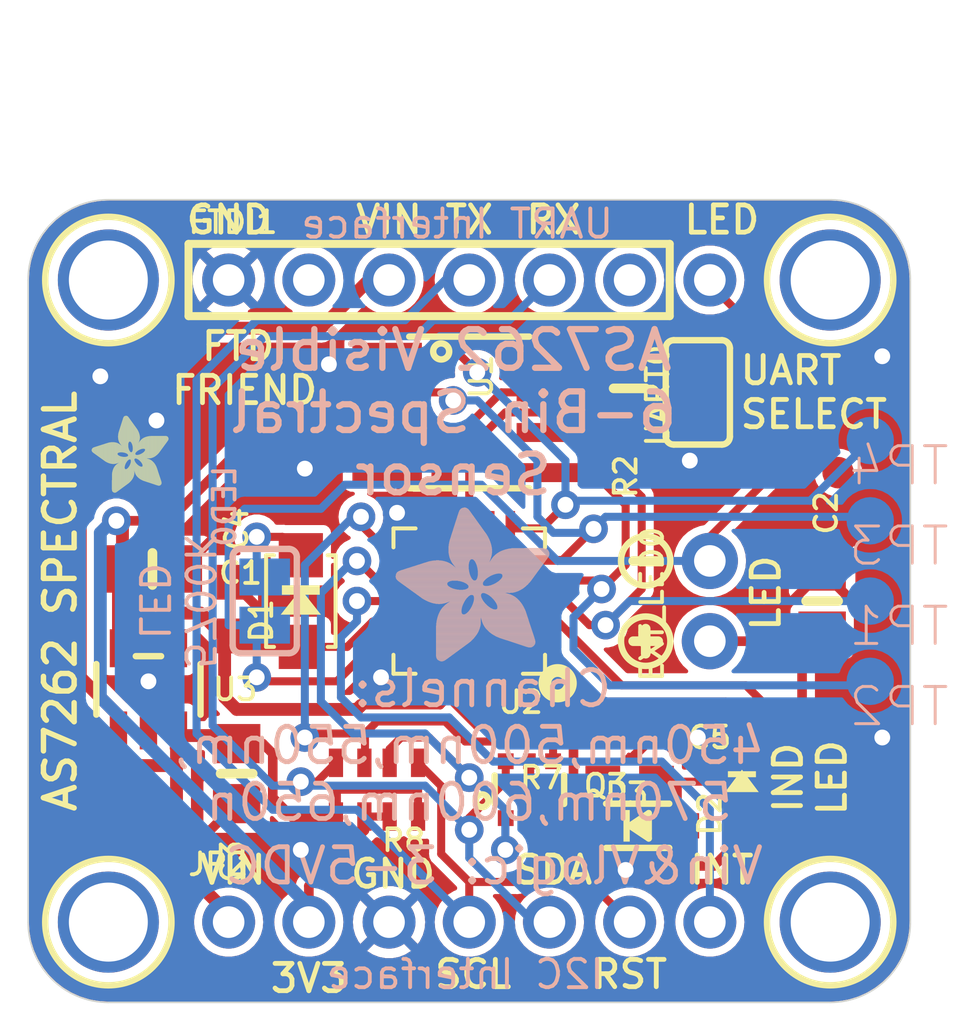
<source format=kicad_pcb>
(kicad_pcb (version 20221018) (generator pcbnew)
  (layers (0 "F.Cu" signal) (31 "B.Cu" signal) (34 "B.Paste" user) (35 "F.Paste" user) (36 "B.SilkS" user "B.Silkscreen") (37 "F.SilkS" user "F.Silkscreen") (38 "B.Mask" user) (39 "F.Mask" user) (44 "Edge.Cuts" user))
  (net 0 "")
  (net 1 "GND")
  (net 2 "SPIF_SCK")
  (net 3 "SPIF_MOSI")
  (net 4 "SPIF_MISO")
  (net 5 "SPIF_CS")
  (net 6 "3.3V")
  (net 7 "RST_3V")
  (net 8 "BUS_3V")
  (net 9 "VIN")
  (net 10 "RX/SCL")
  (net 11 "TX/SDA")
  (net 12 "RESET")
  (net 13 "LED")
  (net 14 "N$1")
  (net 15 "INT")
  (net 16 "IND")
  (net 17 "RX/SCL_3V")
  (net 18 "TX/SDA_3V")
  (footprint "working:MOUNTINGHOLE_2.5_PLATED" (layer "F.Cu") (at 159.9311 115.1636 180)
    (fp_text reference "U$2" hide)
    (fp_text value "MOUNTINGHOLE2.5" hide)
  )
  (footprint "working:SYMBOL_PLUS" (layer "F.Cu") (at 154.0891 106.2736)
    (fp_text reference "U$25" hide)
    (fp_text value "" hide)
  )
  (footprint "working:0805-NO" (layer "F.Cu") (at 153.5811 98.2726 -90)
    (fp_text reference "R2")
    (fp_text value "10K")
  )
  (footprint "working:EVERLIGHT_45-21" (layer "F.Cu") (at 143.1671 105.0036 90)
    (fp_text reference "D1")
    (fp_text value "L130-5780001400001")
  )
  (footprint "working:AS726X_LGA20" (layer "F.Cu") (at 148.5011 105.0036 180)
    (fp_text reference "U2")
    (fp_text value "AS7262-BLGT")
  )
  (footprint "working:RESPACK_4X0603_NO" (layer "F.Cu") (at 145.5801 110.9726 180)
    (fp_text reference "R8")
    (fp_text value "10k")
  )
  (footprint "working:1X02_ROUND" (layer "F.Cu") (at 156.1211 105.0036 90)
    (fp_text reference "EXT_LED0")
    (fp_text value "")
  )
  (footprint "working:MOUNTINGHOLE_2.5_PLATED" (layer "F.Cu") (at 159.9311 94.8436 180)
    (fp_text reference "U$22" hide)
    (fp_text value "MOUNTINGHOLE2.5" hide)
  )
  (footprint "working:0805-NO" (layer "F.Cu") (at 141.1351 110.4646 -90)
    (fp_text reference "C3")
    (fp_text value "10uF")
  )
  (footprint "working:SOLDERJUMPER_ARROW_NOPASTE" (layer "F.Cu") (at 155.7401 98.3996 90)
    (fp_text reference "UART0")
    (fp_text value "")
  )
  (footprint "working:0805-NO" (layer "F.Cu") (at 138.4681 103.9876)
    (fp_text reference "C1")
    (fp_text value "10uF")
  )
  (footprint "working:0603-NO" (layer "F.Cu") (at 153.5811 110.7186 180)
    (fp_text reference "R7")
    (fp_text value "10K")
  )
  (footprint "working:0805-NO" (layer "F.Cu") (at 159.6771 105.0036 90)
    (fp_text reference "C2")
    (fp_text value "10uF")
  )
  (footprint "working:0603-NO" (layer "F.Cu") (at 141.0081 105.2576 90)
    (fp_text reference "C4")
    (fp_text value "0.1uF")
  )
  (footprint "working:SOT363" (layer "F.Cu") (at 150.4061 110.9726)
    (fp_text reference "Q3")
    (fp_text value "BSS138")
  )
  (footprint "working:CHIPLED_0805_NOOUTLINE" (layer "F.Cu") (at 157.1371 110.7186)
    (fp_text reference "D2")
    (fp_text value "GREEN")
  )
  (footprint "working:SOT23-5" (layer "F.Cu") (at 138.3411 107.7976)
    (fp_text reference "U3")
    (fp_text value "MIC5225-3.3")
  )
  (footprint "working:0603-NO" (layer "F.Cu") (at 153.5811 109.1946)
    (fp_text reference "C5")
    (fp_text value "0.1uF")
  )
  (footprint "working:MOUNTINGHOLE_2.5_PLATED" (layer "F.Cu") (at 137.0711 115.1636 180)
    (fp_text reference "U$3" hide)
    (fp_text value "MOUNTINGHOLE2.5" hide)
  )
  (footprint "working:SOIC8_150MIL" (layer "F.Cu") (at 148.5011 99.0346 -90)
    (fp_text reference "U1")
    (fp_text value "AT25SF041-SSHD-B")
  )
  (footprint "working:FIDUCIAL_1MM" (layer "F.Cu") (at 160.1851 100.9396 180)
    (fp_text reference "FID3" hide)
    (fp_text value "FIDUCIAL_1MM" hide)
  )
  (footprint "working:FIDUCIAL_1MM" (layer "F.Cu") (at 137.7061 111.8616 180)
    (fp_text reference "FID2" hide)
    (fp_text value "FIDUCIAL_1MM" hide)
  )
  (footprint "working:MOUNTINGHOLE_2.5_PLATED" (layer "F.Cu") (at 137.0711 94.8436 180)
    (fp_text reference "U$23" hide)
    (fp_text value "MOUNTINGHOLE2.5" hide)
  )
  (footprint "working:1X07_ROUND" (layer "F.Cu") (at 148.5011 115.1636)
    (fp_text reference "JP2")
    (fp_text value "")
  )
  (footprint "working:SYMBOL_MINUS" (layer "F.Cu") (at 154.0891 103.7336)
    (fp_text reference "U$26" hide)
    (fp_text value "" hide)
  )
  (footprint "working:SOD-323" (layer "F.Cu") (at 153.8351 112.1156)
    (fp_text reference "D3")
    (fp_text value "IN4148")
  )
  (footprint "working:1X07_ROUND" (layer "F.Cu") (at 148.5011 94.8436)
    (fp_text reference "FTDI1")
    (fp_text value "")
  )
  (footprint "working:ADAFRUIT_2.5MM" (layer "F.Cu") (at 138.9761 101.5746 90)
    (fp_text reference "U$21" hide)
    (fp_text value "" hide)
  )
  (footprint "working:TP15R" (layer "B.Cu") (at 161.2011 105.0036)
    (fp_text reference "TP1")
    (fp_text value "PTR1TP15R")
  )
  (footprint "working:TP15R" (layer "B.Cu") (at 161.2011 102.4636)
    (fp_text reference "TP3")
    (fp_text value "PTR1TP15R")
  )
  (footprint "working:TP15R" (layer "B.Cu") (at 161.2011 107.5436)
    (fp_text reference "TP2")
    (fp_text value "PTR1TP15R")
  )
  (footprint "working:ADAFRUIT_5MM" (layer "B.Cu") (at 151.0411 106.9086 180)
    (fp_text reference "U$9" hide)
    (fp_text value "" hide)
  )
  (footprint "working:TP15R" (layer "B.Cu") (at 161.2011 99.9236)
    (fp_text reference "TP4")
    (fp_text value "PTR1TP15R")
  )
  (footprint "working:SOLDERJUMPER_CLOSEDWIRE" (layer "B.Cu") (at 142.0241 105.0036 -90)
    (fp_text reference "LED0")
    (fp_text value "")
  )
  (gr_line (start 154.8511 93.7006) (end 139.6111 93.7006) (stroke (width 0.254)) (layer "F.SilkS"))
  (gr_line (start 154.8511 95.9866) (end 154.8511 93.7006) (stroke (width 0.254)) (layer "F.SilkS"))
  (gr_line (start 139.6111 93.7006) (end 139.6111 95.9866) (stroke (width 0.254)) (layer "F.SilkS"))
  (gr_line (start 139.6111 95.9866) (end 154.8511 95.9866) (stroke (width 0.254)) (layer "F.SilkS"))
  (gr_arc (start 134.5311 94.8436) (mid 135.275049 93.047549) (end 137.0711 92.3036) (stroke (width 0.05)) (layer "Edge.Cuts"))
  (gr_line (start 159.9311 117.7036) (end 137.0711 117.7036) (stroke (width 0.05)) (layer "Edge.Cuts"))
  (gr_line (start 137.0711 92.3036) (end 159.9311 92.3036) (stroke (width 0.05)) (layer "Edge.Cuts"))
  (gr_line (start 134.5311 115.1636) (end 134.5311 94.8436) (stroke (width 0.05)) (layer "Edge.Cuts"))
  (gr_line (start 162.4711 94.8436) (end 162.4711 115.1636) (stroke (width 0.05)) (layer "Edge.Cuts"))
  (gr_arc (start 162.4711 115.1636) (mid 161.727151 116.959651) (end 159.9311 117.7036) (stroke (width 0.05)) (layer "Edge.Cuts"))
  (gr_arc (start 137.0711 117.7036) (mid 135.275049 116.959651) (end 134.5311 115.1636) (stroke (width 0.05)) (layer "Edge.Cuts"))
  (gr_arc (start 159.9311 92.3036) (mid 161.727151 93.047549) (end 162.4711 94.8436) (stroke (width 0.05)) (layer "Edge.Cuts"))
  (gr_text "5700K\nLED" (at 139.2301 105.0036 -90) (layer "B.SilkS") (effects (font (size 0.89408 0.89408) (thickness 0.12192)) (justify mirror)))
  (gr_text "Vin&Vlogic: 3-5VDC" (at 157.8991 113.3856) (layer "B.SilkS") (effects (font (size 1.1176 1.1176) (thickness 0.1524)) (justify left mirror)))
  (gr_text "UART Interface" (at 148.1201 93.0656) (layer "B.SilkS") (effects (font (size 0.89408 0.89408) (thickness 0.12192)) (justify mirror)))
  (gr_text "I2C Interface" (at 148.3741 116.8146) (layer "B.SilkS") (effects (font (size 0.89408 0.89408) (thickness 0.12192)) (justify mirror)))
  (gr_text "Channels: \n450nm,500nm,550nm,\n570nm,600nm,650n" (at 148.5011 109.5756) (layer "B.SilkS") (effects (font (size 1.1176 1.1176) (thickness 0.1524)) (justify mirror)))
  (gr_text "AS7262 Visible\n6-Bin Spectral\nSensor" (at 147.9931 99.0346) (layer "B.SilkS") (effects (font (size 1.223264 1.223264) (thickness 0.199136)) (justify mirror)))
  (gr_text "UART\nSELECT" (at 157.0101 98.3996) (layer "F.SilkS") (effects (font (size 0.8636 0.8636) (thickness 0.1524)) (justify left)))
  (gr_text "LED" (at 157.8991 104.7496 90) (layer "F.SilkS") (effects (font (size 0.8636 0.8636) (thickness 0.1524))))
  (gr_text "VIN" (at 141.0081 113.5126) (layer "F.SilkS") (effects (font (size 0.8636 0.8636) (thickness 0.1524))))
  (gr_text "RST" (at 153.5811 116.8146) (layer "F.SilkS") (effects (font (size 0.8636 0.8636) (thickness 0.1524))))
  (gr_text "TX" (at 148.5011 92.9386) (layer "F.SilkS") (effects (font (size 0.8636 0.8636) (thickness 0.1524))))
  (gr_text "VIN" (at 145.9611 92.9386) (layer "F.SilkS") (effects (font (size 0.8636 0.8636) (thickness 0.1524))))
  (gr_text "SDA" (at 151.1681 113.5126) (layer "F.SilkS") (effects (font (size 0.8636 0.8636) (thickness 0.1524))))
  (gr_text "GND" (at 146.0881 113.6396) (layer "F.SilkS") (effects (font (size 0.8636 0.8636) (thickness 0.1524))))
  (gr_text "SCL" (at 148.6281 116.8146) (layer "F.SilkS") (effects (font (size 0.8636 0.8636) (thickness 0.1524))))
  (gr_text "RX" (at 151.1681 92.9386) (layer "F.SilkS") (effects (font (size 0.8636 0.8636) (thickness 0.1524))))
  (gr_text "INT" (at 156.5021 113.5126) (layer "F.SilkS") (effects (font (size 0.8636 0.8636) (thickness 0.1524))))
  (gr_text "LED" (at 156.5021 92.9386) (layer "F.SilkS") (effects (font (size 0.8636 0.8636) (thickness 0.1524))))
  (gr_text "GND" (at 140.8811 92.9386) (layer "F.SilkS") (effects (font (size 0.8636 0.8636) (thickness 0.1524))))
  (gr_text "IND\nLED" (at 159.2961 110.5916 90) (layer "F.SilkS") (effects (font (size 0.8636 0.8636) (thickness 0.1524))))
  (gr_text "AS7262 SPECTRAL" (at 135.5471 105.0036 90) (layer "F.SilkS") (effects (font (size 0.97155 0.97155) (thickness 0.17145))))
  (gr_text "3V3" (at 143.4211 116.9416) (layer "F.SilkS") (effects (font (size 0.8636 0.8636) (thickness 0.1524))))
  (gr_text "FTDI\nFRIEND" (at 141.3891 97.6376) (layer "F.SilkS") (effects (font (size 0.8636 0.8636) (thickness 0.1524))))
  (via (at 138.3411 107.5436) (size 0.9064) (drill 0.5) (layers "F.Cu" "B.Cu") (net 1))
  (via (at 143.1671 112.8776) (size 0.9064) (drill 0.5) (layers "F.Cu" "B.Cu") (net 1))
  (via (at 153.4541 113.5126) (size 0.9064) (drill 0.5) (layers "F.Cu" "B.Cu") (net 1))
  (via (at 138.5951 99.2886) (size 0.9064) (drill 0.5) (layers "F.Cu" "B.Cu") (net 1))
  (via (at 161.5821 109.3216) (size 0.9064) (drill 0.5) (layers "F.Cu" "B.Cu") (net 1))
  (via (at 144.0561 97.5106) (size 0.9064) (drill 0.5) (layers "F.Cu" "B.Cu") (net 1))
  (via (at 155.4861 100.5586) (size 0.9064) (drill 0.5) (layers "F.Cu" "B.Cu") (net 1))
  (via (at 145.7071 107.4166) (size 0.9064) (drill 0.5) (layers "F.Cu" "B.Cu") (net 1))
  (via (at 146.2151 102.2096) (size 0.9064) (drill 0.5) (layers "F.Cu" "B.Cu") (net 1))
  (via (at 155.7401 109.3216) (size 0.9064) (drill 0.5) (layers "F.Cu" "B.Cu") (net 1))
  (via (at 136.8171 97.8916) (size 0.9064) (drill 0.5) (layers "F.Cu" "B.Cu") (net 1))
  (via (at 143.2941 100.8126) (size 0.9064) (drill 0.5) (layers "F.Cu" "B.Cu") (net 1))
  (via (at 161.5821 97.2566) (size 0.9064) (drill 0.5) (layers "F.Cu" "B.Cu") (net 1))
  (segment (start 152.3111 105.7656) (end 152.8191 105.7656) (width 0.254) (layer "F.Cu") (net 2))
  (segment (start 153.9621 104.6226) (end 152.8191 105.7656) (width 0.254) (layer "F.Cu") (net 2))
  (segment (start 150.7011 105.0036) (end 151.5491 105.0036) (width 0.254) (layer "F.Cu") (net 2))
  (segment (start 153.9621 101.7016) (end 153.9621 104.6226) (width 0.254) (layer "F.Cu") (net 2))
  (segment (start 151.9301 99.6696) (end 153.9621 101.7016) (width 0.254) (layer "F.Cu") (net 2))
  (segment (start 151.5491 105.0036) (end 152.3111 105.7656) (width 0.254) (layer "F.Cu") (net 2))
  (segment (start 151.1011 99.6696) (end 151.9301 99.6696) (width 0.254) (layer "F.Cu") (net 2))
  (via (at 152.8191 105.7656) (size 0.9064) (drill 0.5) (layers "F.Cu" "B.Cu") (net 2))
  (segment (start 153.5811 105.0036) (end 161.2011 105.0036) (width 0.254) (layer "B.Cu") (net 2))
  (segment (start 152.8191 105.7656) (end 153.5811 105.0036) (width 0.254) (layer "B.Cu") (net 2))
  (segment (start 153.4541 103.8606) (end 152.6921 104.6226) (width 0.254) (layer "F.Cu") (net 3))
  (segment (start 153.4541 101.9556) (end 153.4541 103.8606) (width 0.254) (layer "F.Cu") (net 3))
  (segment (start 152.4231 104.3536) (end 152.6921 104.6226) (width 0.254) (layer "F.Cu") (net 3))
  (segment (start 150.7011 104.3536) (end 152.4231 104.3536) (width 0.254) (layer "F.Cu") (net 3))
  (segment (start 152.4381 100.9396) (end 153.4541 101.9556) (width 0.254) (layer "F.Cu") (net 3))
  (segment (start 151.1011 100.9396) (end 152.4381 100.9396) (width 0.254) (layer "F.Cu") (net 3))
  (via (at 152.6921 104.6226) (size 0.9064) (drill 0.5) (layers "F.Cu" "B.Cu") (net 3))
  (segment (start 152.9461 107.6706) (end 161.0741 107.6706) (width 0.254) (layer "B.Cu") (net 3))
  (segment (start 151.8031 105.5116) (end 151.8031 106.5276) (width 0.254) (layer "B.Cu") (net 3))
  (segment (start 161.0741 107.6706) (end 161.2011 107.5436) (width 0.254) (layer "B.Cu") (net 3))
  (segment (start 152.6921 104.6226) (end 151.8031 105.5116) (width 0.254) (layer "B.Cu") (net 3))
  (segment (start 151.8031 106.5276) (end 152.9461 107.6706) (width 0.254) (layer "B.Cu") (net 3))
  (segment (start 147.7391 98.3996) (end 145.9011 98.3996) (width 0.254) (layer "F.Cu") (net 4))
  (segment (start 147.9931 98.6536) (end 147.7391 98.3996) (width 0.254) (layer "F.Cu") (net 4))
  (segment (start 151.4521 103.7036) (end 152.4381 102.7176) (width 0.254) (layer "F.Cu") (net 4))
  (segment (start 150.7011 103.7036) (end 151.4521 103.7036) (width 0.254) (layer "F.Cu") (net 4))
  (via (at 147.9931 98.6536) (size 0.9064) (drill 0.5) (layers "F.Cu" "B.Cu") (net 4))
  (via (at 152.4381 102.7176) (size 0.9064) (drill 0.5) (layers "F.Cu" "B.Cu") (net 4))
  (segment (start 150.6601 102.3366) (end 150.6601 100.5586) (width 0.254) (layer "B.Cu") (net 4))
  (segment (start 152.4381 102.7176) (end 152.3111 102.8446) (width 0.254) (layer "B.Cu") (net 4))
  (segment (start 160.6931 102.3366) (end 160.8201 102.4636) (width 0.254) (layer "B.Cu") (net 4))
  (segment (start 150.6601 100.5586) (end 148.7551 98.6536) (width 0.254) (layer "B.Cu") (net 4))
  (segment (start 152.4381 102.7176) (end 152.8191 102.3366) (width 0.254) (layer "B.Cu") (net 4))
  (segment (start 151.1681 102.8446) (end 150.6601 102.3366) (width 0.254) (layer "B.Cu") (net 4))
  (segment (start 152.3111 102.8446) (end 151.1681 102.8446) (width 0.254) (layer "B.Cu") (net 4))
  (segment (start 152.8191 102.3366) (end 160.6931 102.3366) (width 0.254) (layer "B.Cu") (net 4))
  (segment (start 160.8201 102.4636) (end 161.2011 102.4636) (width 0.254) (layer "B.Cu") (net 4))
  (segment (start 148.7551 98.6536) (end 147.9931 98.6536) (width 0.254) (layer "B.Cu") (net 4))
  (segment (start 145.9011 97.1296) (end 148.1201 97.1296) (width 0.254) (layer "F.Cu") (net 5))
  (segment (start 151.5491 101.9556) (end 150.8011 102.7036) (width 0.254) (layer "F.Cu") (net 5))
  (segment (start 148.1201 97.1296) (end 148.7551 97.7646) (width 0.254) (layer "F.Cu") (net 5))
  (segment (start 150.8011 102.7036) (end 149.8011 102.7036) (width 0.254) (layer "F.Cu") (net 5))
  (via (at 151.5491 101.9556) (size 0.9064) (drill 0.5) (layers "F.Cu" "B.Cu") (net 5))
  (via (at 148.7551 97.7646) (size 0.9064) (drill 0.5) (layers "F.Cu" "B.Cu") (net 5))
  (segment (start 151.5491 101.8286) (end 151.5491 101.9556) (width 0.254) (layer "B.Cu") (net 5))
  (segment (start 159.2961 101.8286) (end 151.5491 101.8286) (width 0.254) (layer "B.Cu") (net 5))
  (segment (start 161.2011 99.9236) (end 159.2961 101.8286) (width 0.254) (layer "B.Cu") (net 5))
  (segment (start 151.5491 100.5586) (end 151.5491 101.9556) (width 0.254) (layer "B.Cu") (net 5))
  (segment (start 148.7551 97.7646) (end 151.5491 100.5586) (width 0.254) (layer "B.Cu") (net 5))
  (segment (start 147.5821 108.3056) (end 145.0721 108.3056) (width 0.254) (layer "F.Cu") (net 6))
  (segment (start 158.1191 111.7686) (end 159.0421 110.8456) (width 0.3048) (layer "F.Cu") (net 6))
  (segment (start 150.4061 110.9726) (end 150.4061 111.8726) (width 0.3048) (layer "F.Cu") (net 6))
  (segment (start 159.0421 110.8456) (end 159.0421 106.4006) (width 0.3048) (layer "F.Cu") (net 6))
  (segment (start 145.1801 111.8226) (end 145.9801 111.8226) (width 0.254) (layer "F.Cu") (net 6))
  (segment (start 145.9011 99.6696) (end 141.7701 99.6696) (width 0.3048) (layer "F.Cu") (net 6))
  (segment (start 137.5181 102.4636) (end 137.3251 102.4636) (width 0.4064) (layer "F.Cu") (net 6))
  (segment (start 151.1011 98.3996) (end 151.1011 97.1296) (width 0.254) (layer "F.Cu") (net 6))
  (segment (start 153.3881 97.1296) (end 151.1011 97.1296) (width 0.254) (layer "F.Cu") (net 6))
  (segment (start 151.8031 109.4486) (end 151.8031 110.7186) (width 0.3048) (layer "F.Cu") (net 6))
  (segment (start 144.6381 106.4536) (end 145.4381 105.6536) (width 0.254) (layer "F.Cu") (net 6))
  (segment (start 150.4061 110.9726) (end 151.6761 110.9726) (width 0.3048) (layer "F.Cu") (net 6))
  (segment (start 148.3741 99.5426) (end 146.0281 99.5426) (width 0.254) (layer "F.Cu") (net 6))
  (segment (start 147.8511 107.3036) (end 147.8511 108.0366) (width 0.3048) (layer "F.Cu") (net 6))
  (segment (start 147.8511 108.0366) (end 147.5821 108.3056) (width 0.254) (layer "F.Cu") (net 6))
  (segment (start 157.1371 112.4966) (end 156.2481 113.3856) (width 0.3048) (layer "F.Cu") (net 6))
  (segment (start 159.6771 105.9536) (end 159.3571 106.2736) (width 0.254) (layer "F.Cu") (net 6))
  (segment (start 143.1671 106.4536) (end 141.0611 106.4536) (width 0.4064) (layer "F.Cu") (net 6))
  (segment (start 159.0421 106.4006) (end 159.1691 106.2736) (width 0.254) (layer "F.Cu") (net 6))
  (segment (start 145.0721 108.3056) (end 144.9451 108.4326) (width 0.4064) (layer "F.Cu") (net 6))
  (segment (start 156.2481 113.3856) (end 154.7241 113.3856) (width 0.3048) (layer "F.Cu") (net 6))
  (segment (start 152.7311 110.7186) (end 151.8031 110.7186) (width 0.3048) (layer "F.Cu") (net 6))
  (segment (start 157.1371 111.7686) (end 157.1371 112.4966) (width 0.3048) (layer "F.Cu") (net 6))
  (segment (start 151.1011 98.3996) (end 149.5171 98.3996) (width 0.254) (layer "F.Cu") (net 6))
  (segment (start 150.4061 110.0726) (end 150.4061 110.9726) (width 0.3048) (layer "F.Cu") (net 6))
  (segment (start 151.8031 110.7186) (end 151.8031 110.8456) (width 0.3048) (layer "F.Cu") (net 6))
  (segment (start 152.0571 109.1946) (end 151.8031 109.4486) (width 0.254) (layer "F.Cu") (net 6))
  (segment (start 153.8351 112.4966) (end 153.9621 112.6236) (width 0.254) (layer "F.Cu") (net 6))
  (segment (start 137.3911 105.3846) (end 137.3911 103.9876) (width 0.4064) (layer "F.Cu") (net 6))
  (segment (start 151.2951 108.9406) (end 151.8031 109.4486) (width 0.3048) (layer "F.Cu") (net 6))
  (segment (start 143.1671 106.4536) (end 144.6381 106.4536) (width 0.254) (layer "F.Cu") (net 6))
  (segment (start 144.9451 108.4326) (end 141.1351 108.4326) (width 0.4064) (layer "F.Cu") (net 6))
  (segment (start 152.8191 110.7186) (end 153.8351 111.7346) (width 0.254) (layer "F.Cu") (net 6))
  (segment (start 146.0281 99.5426) (end 145.9011 99.6696) (width 0.254) (layer "F.Cu") (net 6))
  (segment (start 145.4381 105.6536) (end 146.3011 105.6536) (width 0.254) (layer "F.Cu") (net 6))
  (segment (start 141.0611 106.4536) (end 139.9921 105.3846) (width 0.4064) (layer "F.Cu") (net 6))
  (segment (start 151.8031 110.8456) (end 151.6761 110.9726) (width 0.3048) (layer "F.Cu") (net 6))
  (segment (start 147.8511 108.0366) (end 148.7551 108.9406) (width 0.3048) (layer "F.Cu") (net 6))
  (segment (start 139.9921 105.3846) (end 137.3911 105.3846) (width 0.4064) (layer "F.Cu") (net 6))
  (segment (start 152.7311 109.1946) (end 152.0571 109.1946) (width 0.254) (layer "F.Cu") (net 6))
  (segment (start 145.1801 112.2616) (end 143.4211 114.0206) (width 0.3048) (layer "F.Cu") (net 6))
  (segment (start 140.7541 106.1076) (end 141.0081 106.1076) (width 0.4064) (layer "F.Cu") (net 6))
  (segment (start 143.4211 114.0206) (end 143.4211 115.1636) (width 0.3048) (layer "F.Cu") (net 6))
  (segment (start 149.5171 98.3996) (end 148.3741 99.5426) (width 0.254) (layer "F.Cu") (net 6))
  (segment (start 137.3911 103.9876) (end 137.5181 103.9876) (width 0.4064) (layer "F.Cu") (net 6))
  (segment (start 153.5811 97.3226) (end 153.3881 97.1296) (width 0.254) (layer "F.Cu") (net 6))
  (segment (start 148.7551 108.9406) (end 151.2951 108.9406) (width 0.3048) (layer "F.Cu") (net 6))
  (segment (start 152.7311 110.7186) (end 152.8191 110.7186) (width 0.254) (layer "F.Cu") (net 6))
  (segment (start 153.8351 111.7346) (end 153.8351 112.4966) (width 0.254) (layer "F.Cu") (net 6))
  (segment (start 141.0611 106.4536) (end 141.0611 106.1076) (width 0.4064) (layer "F.Cu") (net 6))
  (segment (start 137.5181 103.9876) (end 137.5181 102.4636) (width 0.4064) (layer "F.Cu") (net 6))
  (segment (start 154.7241 113.3856) (end 153.9621 112.6236) (width 0.3048) (layer "F.Cu") (net 6))
  (segment (start 137.3911 106.4975) (end 137.3911 105.3846) (width 0.4064) (layer "F.Cu") (net 6))
  (segment (start 141.7701 99.6696) (end 138.9761 102.4636) (width 0.3048) (layer "F.Cu") (net 6))
  (segment (start 159.1691 106.2736) (end 156.1211 106.2736) (width 0.3048) (layer "F.Cu") (net 6))
  (segment (start 140.7541 108.0516) (end 140.7541 106.1076) (width 0.4064) (layer "F.Cu") (net 6))
  (segment (start 145.1801 111.8226) (end 145.1801 112.2616) (width 0.3048) (layer "F.Cu") (net 6))
  (segment (start 138.9761 102.4636) (end 137.3251 102.4636) (width 0.3048) (layer "F.Cu") (net 6))
  (segment (start 159.3571 106.2736) (end 159.1691 106.2736) (width 0.3048) (layer "F.Cu") (net 6))
  (segment (start 141.1351 108.4326) (end 140.7541 108.0516) (width 0.4064) (layer "F.Cu") (net 6))
  (segment (start 141.0611 106.1076) (end 141.0081 106.1076) (width 0.4064) (layer "F.Cu") (net 6))
  (segment (start 157.1371 111.7686) (end 158.1191 111.7686) (width 0.3048) (layer "F.Cu") (net 6))
  (via (at 137.3251 102.4636) (size 0.9064) (drill 0.5) (layers "F.Cu" "B.Cu") (net 6))
  (segment (start 136.8171 108.0516) (end 136.8171 102.8446) (width 0.4064) (layer "B.Cu") (net 6))
  (segment (start 137.3251 102.3366) (end 137.3251 102.4636) (width 0.4064) (layer "B.Cu") (net 6))
  (segment (start 136.8171 102.8446) (end 137.3251 102.3366) (width 0.4064) (layer "B.Cu") (net 6))
  (segment (start 143.4211 114.6556) (end 136.8171 108.0516) (width 0.4064) (layer "B.Cu") (net 6))
  (segment (start 143.4211 115.1636) (end 143.4211 114.6556) (width 0.4064) (layer "B.Cu") (net 6))
  (segment (start 153.3271 107.6706) (end 157.2641 107.6706) (width 0.254) (layer "F.Cu") (net 7))
  (segment (start 158.4071 108.8136) (end 158.4071 110.4646) (width 0.254) (layer "F.Cu") (net 7))
  (segment (start 155.1051 110.7796) (end 155.1661 110.7186) (width 0.254) (layer "F.Cu") (net 7))
  (segment (start 158.1531 110.7186) (end 154.4311 110.7186) (width 0.254) (layer "F.Cu") (net 7))
  (segment (start 151.3101 105.6536) (end 153.3271 107.6706) (width 0.254) (layer "F.Cu") (net 7))
  (segment (start 155.1051 112.1156) (end 155.1051 110.7796) (width 0.254) (layer "F.Cu") (net 7))
  (segment (start 158.4071 110.4646) (end 158.1531 110.7186) (width 0.254) (layer "F.Cu") (net 7))
  (segment (start 150.7011 105.6536) (end 151.3101 105.6536) (width 0.254) (layer "F.Cu") (net 7))
  (segment (start 155.1661 110.7186) (end 154.4311 110.7186) (width 0.254) (layer "F.Cu") (net 7))
  (segment (start 157.2641 107.6706) (end 158.4071 108.8136) (width 0.254) (layer "F.Cu") (net 7))
  (segment (start 149.0091 99.6696) (end 149.6441 99.0346) (width 0.254) (layer "F.Cu") (net 8))
  (segment (start 149.0091 100.4316) (end 149.0091 99.6696) (width 0.254) (layer "F.Cu") (net 8))
  (segment (start 153.7741 99.4156) (end 155.7401 99.4156) (width 0.254) (layer "F.Cu") (net 8))
  (segment (start 148.5011 100.9396) (end 148.5011 102.7036) (width 0.254) (layer "F.Cu") (net 8))
  (segment (start 153.5811 99.0346) (end 153.5811 99.2226) (width 0.254) (layer "F.Cu") (net 8))
  (segment (start 148.5011 100.9396) (end 149.0091 100.4316) (width 0.254) (layer "F.Cu") (net 8))
  (segment (start 149.6441 99.0346) (end 153.5811 99.0346) (width 0.254) (layer "F.Cu") (net 8))
  (segment (start 153.5811 99.2226) (end 153.7741 99.4156) (width 0.254) (layer "F.Cu") (net 8))
  (segment (start 139.2301 110.2106) (end 137.3251 110.2106) (width 0.4064) (layer "F.Cu") (net 9))
  (segment (start 139.2301 109.0367) (end 139.2301 110.2106) (width 0.4064) (layer "F.Cu") (net 9))
  (segment (start 139.2301 113.2586) (end 139.2301 110.2106) (width 0.4064) (layer "F.Cu") (net 9))
  (segment (start 137.3911 108.6256) (end 137.3911 109.0977) (width 0.4064) (layer "F.Cu") (net 9))
  (segment (start 140.8811 114.9096) (end 139.2301 113.2586) (width 0.4064) (layer "F.Cu") (net 9))
  (segment (start 146.8501 110.9726) (end 146.8801 111.0026) (width 0.254) (layer "F.Cu") (net 9))
  (segment (start 139.2301 109.0367) (end 139.2911 109.0977) (width 0.4064) (layer "F.Cu") (net 9))
  (segment (start 144.2801 111.8226) (end 144.3101 111.7926) (width 0.254) (layer "F.Cu") (net 9))
  (segment (start 144.3101 110.9726) (end 146.8501 110.9726) (width 0.254) (layer "F.Cu") (net 9))
  (segment (start 145.3261 94.8436) (end 145.9611 94.8436) (width 0.4064) (layer "F.Cu") (net 9))
  (segment (start 136.1821 100.1776) (end 136.1821 107.4166) (width 0.4064) (layer "F.Cu") (net 9))
  (segment (start 142.2781 111.2266) (end 142.9131 111.8616) (width 0.3048) (layer "F.Cu") (net 9))
  (segment (start 137.3251 109.0977) (end 137.3911 109.0977) (width 0.4064) (layer "F.Cu") (net 9))
  (segment (start 143.8021 96.3676) (end 145.3261 94.8436) (width 0.4064) (layer "F.Cu") (net 9))
  (segment (start 141.9631 109.5146) (end 141.1351 109.5146) (width 0.3048) (layer "F.Cu") (net 9))
  (segment (start 142.2781 109.8296) (end 141.9631 109.5146) (width 0.3048) (layer "F.Cu") (net 9))
  (segment (start 144.2411 111.8616) (end 144.2801 111.8226) (width 0.3048) (layer "F.Cu") (net 9))
  (segment (start 140.8811 115.1636) (end 140.8811 114.9096) (width 0.4064) (layer "F.Cu") (net 9))
  (segment (start 144.3101 111.7926) (end 144.3101 110.9726) (width 0.254) (layer "F.Cu") (net 9))
  (segment (start 139.454 109.2606) (end 139.2911 109.0977) (width 0.4064) (layer "F.Cu") (net 9))
  (segment (start 139.454 109.2606) (end 140.8811 109.2606) (width 0.4064) (layer "F.Cu") (net 9))
  (segment (start 142.9131 111.8616) (end 144.2411 111.8616) (width 0.3048) (layer "F.Cu") (net 9))
  (segment (start 136.1821 100.1776) (end 139.9921 96.3676) (width 0.4064) (layer "F.Cu") (net 9))
  (segment (start 140.8811 109.2606) (end 141.1351 109.5146) (width 0.4064) (layer "F.Cu") (net 9))
  (segment (start 142.2781 109.8296) (end 142.2781 111.2266) (width 0.3048) (layer "F.Cu") (net 9))
  (segment (start 137.3251 110.2106) (end 137.3251 109.0977) (width 0.4064) (layer "F.Cu") (net 9))
  (segment (start 146.8801 111.0026) (end 146.8801 111.8226) (width 0.254) (layer "F.Cu") (net 9))
  (segment (start 139.9921 96.3676) (end 143.8021 96.3676) (width 0.4064) (layer "F.Cu") (net 9))
  (segment (start 136.1821 107.4166) (end 137.3911 108.6256) (width 0.4064) (layer "F.Cu") (net 9))
  (segment (start 146.8801 110.1226) (end 147.6121 110.8546) (width 0.254) (layer "F.Cu") (net 10))
  (segment (start 147.6121 110.8546) (end 147.6121 113.0046) (width 0.254) (layer "F.Cu") (net 10))
  (segment (start 151.1561 112.7626) (end 151.1561 111.8726) (width 0.254) (layer "F.Cu") (net 10))
  (segment (start 147.6121 113.0046) (end 148.5011 113.8936) (width 0.254) (layer "F.Cu") (net 10))
  (segment (start 150.0251 113.8936) (end 151.1561 112.7626) (width 0.254) (layer "F.Cu") (net 10))
  (segment (start 148.5011 113.8936) (end 150.0251 113.8936) (width 0.254) (layer "F.Cu") (net 10))
  (segment (start 148.5011 113.8936) (end 148.5011 115.1636) (width 0.254) (layer "F.Cu") (net 10))
  (segment (start 142.2781 111.6076) (end 144.9451 111.6076) (width 0.254) (layer "B.Cu") (net 10))
  (segment (start 139.8651 109.1946) (end 139.8651 98.0186) (width 0.254) (layer "B.Cu") (net 10))
  (segment (start 144.9451 111.6076) (end 148.5011 115.1636) (width 0.254) (layer "B.Cu") (net 10))
  (segment (start 146.4691 96.1136) (end 147.7391 94.8436) (width 0.254) (layer "B.Cu") (net 10))
  (segment (start 139.8651 98.0186) (end 141.7701 96.1136) (width 0.254) (layer "B.Cu") (net 10))
  (segment (start 139.8651 109.1946) (end 142.2781 111.6076) (width 0.254) (layer "B.Cu") (net 10))
  (segment (start 141.7701 96.1136) (end 146.4691 96.1136) (width 0.254) (layer "B.Cu") (net 10))
  (segment (start 147.7391 94.8436) (end 148.5011 94.8436) (width 0.254) (layer "B.Cu") (net 10))
  (segment (start 143.6841 110.7186) (end 143.1671 110.7186) (width 0.254) (layer "F.Cu") (net 11))
  (segment (start 149.6561 110.7066) (end 148.5011 111.8616) (width 0.254) (layer "F.Cu") (net 11))
  (segment (start 149.6561 110.0726) (end 149.6561 110.7066) (width 0.254) (layer "F.Cu") (net 11))
  (segment (start 144.2801 110.1226) (end 143.6841 110.7186) (width 0.254) (layer "F.Cu") (net 11))
  (segment (start 148.5011 111.8616) (end 148.5011 112.2426) (width 0.254) (layer "F.Cu") (net 11))
  (via (at 143.1671 110.7186) (size 0.9064) (drill 0.5) (layers "F.Cu" "B.Cu") (net 11))
  (via (at 148.5011 112.2426) (size 0.9064) (drill 0.5) (layers "F.Cu" "B.Cu") (net 11))
  (segment (start 148.5011 112.2426) (end 148.5011 113.1316) (width 0.254) (layer "B.Cu") (net 11))
  (segment (start 142.2781 110.8456) (end 143.1671 110.8456) (width 0.254) (layer "B.Cu") (net 11))
  (segment (start 140.3731 108.9406) (end 142.2781 110.8456) (width 0.254) (layer "B.Cu") (net 11))
  (segment (start 146.8501 96.6216) (end 147.3581 96.1136) (width 0.254) (layer "B.Cu") (net 11))
  (segment (start 148.5011 113.1316) (end 150.5331 115.1636) (width 0.254) (layer "B.Cu") (net 11))
  (segment (start 147.1041 110.8456) (end 148.5011 112.2426) (width 0.254) (layer "B.Cu") (net 11))
  (segment (start 142.0241 96.6216) (end 146.8501 96.6216) (width 0.254) (layer "B.Cu") (net 11))
  (segment (start 143.1671 110.8456) (end 143.1671 110.7186) (width 0.254) (layer "B.Cu") (net 11))
  (segment (start 149.7711 96.1136) (end 151.0411 94.8436) (width 0.254) (layer "B.Cu") (net 11))
  (segment (start 140.3731 98.2726) (end 140.3731 108.9406) (width 0.254) (layer "B.Cu") (net 11))
  (segment (start 140.3731 98.2726) (end 142.0241 96.6216) (width 0.254) (layer "B.Cu") (net 11))
  (segment (start 147.3581 96.1136) (end 149.7711 96.1136) (width 0.254) (layer "B.Cu") (net 11))
  (segment (start 150.5331 115.1636) (end 151.0411 115.1636) (width 0.254) (layer "B.Cu") (net 11))
  (segment (start 147.1041 110.8456) (end 143.1671 110.8456) (width 0.254) (layer "B.Cu") (net 11))
  (segment (start 152.5651 114.1476) (end 153.5811 115.1636) (width 0.254) (layer "F.Cu") (net 12))
  (segment (start 152.5651 112.1156) (end 152.5651 114.1476) (width 0.254) (layer "F.Cu") (net 12))
  (segment (start 157.8991 96.7486) (end 157.8991 101.1936) (width 0.254) (layer "F.Cu") (net 13))
  (segment (start 156.1211 94.8436) (end 156.1211 94.9706) (width 0.254) (layer "F.Cu") (net 13))
  (segment (start 146.3011 106.3036) (end 145.5501 106.3036) (width 0.254) (layer "F.Cu") (net 13))
  (segment (start 145.5501 106.3036) (end 144.3101 107.5436) (width 0.254) (layer "F.Cu") (net 13))
  (segment (start 144.3101 107.5436) (end 141.8971 107.5436) (width 0.254) (layer "F.Cu") (net 13))
  (segment (start 156.1211 94.9706) (end 157.8991 96.7486) (width 0.254) (layer "F.Cu") (net 13))
  (segment (start 141.8971 107.5436) (end 141.7701 107.4166) (width 0.254) (layer "F.Cu") (net 13))
  (segment (start 156.1211 102.9716) (end 156.1211 103.7336) (width 0.254) (layer "F.Cu") (net 13))
  (segment (start 157.8991 101.1936) (end 156.1211 102.9716) (width 0.254) (layer "F.Cu") (net 13))
  (via (at 141.7701 107.4166) (size 0.9064) (drill 0.5) (layers "F.Cu" "B.Cu") (net 13))
  (segment (start 148.8821 101.3206) (end 151.2951 103.7336) (width 0.254) (layer "B.Cu") (net 13))
  (segment (start 141.3891 102.0826) (end 143.8021 102.0826) (width 0.254) (layer "B.Cu") (net 13))
  (segment (start 141.7701 107.4166) (end 141.7701 106.2736) (width 0.254) (layer "B.Cu") (net 13))
  (segment (start 140.8811 102.5906) (end 141.3891 102.0826) (width 0.254) (layer "B.Cu") (net 13))
  (segment (start 141.7701 106.2736) (end 142.0241 106.0196) (width 0.254) (layer "B.Cu") (net 13))
  (segment (start 151.2951 103.7336) (end 156.1211 103.7336) (width 0.254) (layer "B.Cu") (net 13))
  (segment (start 143.8021 102.0826) (end 144.5641 101.3206) (width 0.254) (layer "B.Cu") (net 13))
  (segment (start 142.0241 106.0196) (end 142.0241 105.7656) (width 0.254) (layer "B.Cu") (net 13))
  (segment (start 140.8811 105.7656) (end 142.0241 105.7656) (width 0.254) (layer "B.Cu") (net 13))
  (segment (start 140.8811 102.5906) (end 140.8811 105.7656) (width 0.254) (layer "B.Cu") (net 13))
  (segment (start 144.5641 101.3206) (end 148.8821 101.3206) (width 0.254) (layer "B.Cu") (net 13))
  (segment (start 142.5851 102.9716) (end 141.7701 102.9716) (width 0.254) (layer "F.Cu") (net 14))
  (segment (start 143.1671 103.5536) (end 142.5851 102.9716) (width 0.254) (layer "F.Cu") (net 14))
  (via (at 141.7701 102.9716) (size 0.9064) (drill 0.5) (layers "F.Cu" "B.Cu") (net 14))
  (segment (start 142.0241 104.2416) (end 141.7701 103.9876) (width 0.254) (layer "B.Cu") (net 14))
  (segment (start 141.7701 103.9876) (end 141.7701 102.9716) (width 0.254) (layer "B.Cu") (net 14))
  (segment (start 146.3011 105.0036) (end 144.9451 105.0036) (width 0.254) (layer "F.Cu") (net 15))
  (via (at 144.9451 105.0036) (size 0.9064) (drill 0.5) (layers "F.Cu" "B.Cu") (net 15))
  (segment (start 144.4371 108.0516) (end 144.4371 106.1466) (width 0.254) (layer "B.Cu") (net 15))
  (segment (start 154.5971 110.0836) (end 149.2631 110.0836) (width 0.254) (layer "B.Cu") (net 15))
  (segment (start 156.1211 111.6076) (end 156.1211 115.1636) (width 0.254) (layer "B.Cu") (net 15))
  (segment (start 144.9451 105.6386) (end 144.9451 105.0036) (width 0.254) (layer "B.Cu") (net 15))
  (segment (start 149.2631 110.0836) (end 147.8661 108.6866) (width 0.254) (layer "B.Cu") (net 15))
  (segment (start 154.5971 110.0836) (end 156.1211 111.6076) (width 0.254) (layer "B.Cu") (net 15))
  (segment (start 144.4371 106.1466) (end 144.9451 105.6386) (width 0.254) (layer "B.Cu") (net 15))
  (segment (start 145.0721 108.6866) (end 144.4371 108.0516) (width 0.254) (layer "B.Cu") (net 15))
  (segment (start 147.8661 108.6866) (end 145.0721 108.6866) (width 0.254) (layer "B.Cu") (net 15))
  (segment (start 156.6291 108.1786) (end 157.1371 108.6866) (width 0.254) (layer "F.Cu") (net 16))
  (segment (start 148.5011 107.3036) (end 148.5011 107.9246) (width 0.254) (layer "F.Cu") (net 16))
  (segment (start 148.5011 107.9246) (end 149.0091 108.4326) (width 0.254) (layer "F.Cu") (net 16))
  (segment (start 150.1521 108.4326) (end 150.4061 108.1786) (width 0.254) (layer "F.Cu") (net 16))
  (segment (start 157.1371 108.6866) (end 157.1371 109.6686) (width 0.254) (layer "F.Cu") (net 16))
  (segment (start 149.0091 108.4326) (end 150.1521 108.4326) (width 0.254) (layer "F.Cu") (net 16))
  (segment (start 150.4061 108.1786) (end 156.6291 108.1786) (width 0.254) (layer "F.Cu") (net 16))
  (segment (start 145.1991 109.1946) (end 143.4211 109.1946) (width 0.254) (layer "F.Cu") (net 17))
  (segment (start 143.4211 109.1946) (end 143.2941 109.3216) (width 0.254) (layer "F.Cu") (net 17))
  (segment (start 145.1801 110.1226) (end 145.1991 110.1226) (width 0.254) (layer "F.Cu") (net 17))
  (segment (start 151.0411 109.4486) (end 151.1561 109.5636) (width 0.254) (layer "F.Cu") (net 17))
  (segment (start 148.3741 109.4486) (end 151.0411 109.4486) (width 0.254) (layer "F.Cu") (net 17))
  (segment (start 145.1991 110.1226) (end 145.1991 109.1946) (width 0.254) (layer "F.Cu") (net 17))
  (segment (start 145.0721 102.5906) (end 145.0721 102.3366) (width 0.254) (layer "F.Cu") (net 17))
  (segment (start 146.3011 103.7036) (end 146.1851 103.7036) (width 0.254) (layer "F.Cu") (net 17))
  (segment (start 147.7391 108.8136) (end 148.3741 109.4486) (width 0.254) (layer "F.Cu") (net 17))
  (segment (start 151.1561 109.5636) (end 151.1561 110.0726) (width 0.254) (layer "F.Cu") (net 17))
  (segment (start 145.5801 108.8136) (end 145.1991 109.1946) (width 0.254) (layer "F.Cu") (net 17))
  (segment (start 146.1851 103.7036) (end 145.0721 102.5906) (width 0.254) (layer "F.Cu") (net 17))
  (segment (start 147.7391 108.8136) (end 145.5801 108.8136) (width 0.254) (layer "F.Cu") (net 17))
  (via (at 145.0721 102.3366) (size 0.9064) (drill 0.5) (layers "F.Cu" "B.Cu") (net 17))
  (via (at 143.2941 109.3216) (size 0.9064) (drill 0.5) (layers "F.Cu" "B.Cu") (net 17))
  (segment (start 145.0721 102.3366) (end 144.9451 102.3366) (width 0.254) (layer "B.Cu") (net 17))
  (segment (start 144.8181 102.3366) (end 145.0721 102.3366) (width 0.254) (layer "B.Cu") (net 17))
  (segment (start 143.2941 109.3216) (end 143.2941 103.8606) (width 0.254) (layer "B.Cu") (net 17))
  (segment (start 143.2941 103.8606) (end 144.8181 102.3366) (width 0.254) (layer "B.Cu") (net 17))
  (segment (start 144.9751 103.7336) (end 144.9451 103.7336) (width 0.254) (layer "F.Cu") (net 18))
  (segment (start 145.5951 104.3536) (end 144.9751 103.7336) (width 0.254) (layer "F.Cu") (net 18))
  (segment (start 147.2311 109.3216) (end 148.5011 110.5916) (width 0.254) (layer "F.Cu") (net 18))
  (segment (start 146.3421 109.3216) (end 147.2311 109.3216) (width 0.254) (layer "F.Cu") (net 18))
  (segment (start 149.6561 111.8726) (end 149.6441 111.8846) (width 0.254) (layer "F.Cu") (net 18))
  (segment (start 149.6441 111.8846) (end 149.6441 112.8776) (width 0.254) (layer "F.Cu") (net 18))
  (segment (start 146.3011 104.3536) (end 145.5951 104.3536) (width 0.254) (layer "F.Cu") (net 18))
  (segment (start 146.3421 109.3216) (end 145.9801 109.6836) (width 0.254) (layer "F.Cu") (net 18))
  (segment (start 145.9801 109.6836) (end 145.9801 110.1226) (width 0.254) (layer "F.Cu") (net 18))
  (via (at 149.6441 112.8776) (size 0.9064) (drill 0.5) (layers "F.Cu" "B.Cu") (net 18))
  (via (at 148.5011 110.5916) (size 0.9064) (drill 0.5) (layers "F.Cu" "B.Cu") (net 18))
  (via (at 144.9451 103.7336) (size 0.9064) (drill 0.5) (layers "F.Cu" "B.Cu") (net 18))
  (segment (start 143.8021 104.7496) (end 143.8021 108.1786) (width 0.254) (layer "B.Cu") (net 18))
  (segment (start 149.6441 111.6076) (end 149.6441 112.8776) (width 0.254) (layer "B.Cu") (net 18))
  (segment (start 148.5011 110.4646) (end 149.6441 111.6076) (width 0.254) (layer "B.Cu") (net 18))
  (segment (start 144.9451 103.7336) (end 144.8181 103.7336) (width 0.254) (layer "B.Cu") (net 18))
  (segment (start 147.1041 109.1946) (end 148.5011 110.5916) (width 0.254) (layer "B.Cu") (net 18))
  (segment (start 143.8021 108.1786) (end 144.8181 109.1946) (width 0.254) (layer "B.Cu") (net 18))
  (segment (start 144.8181 103.7336) (end 143.8021 104.7496) (width 0.254) (layer "B.Cu") (net 18))
  (segment (start 148.5011 110.4646) (end 148.5011 110.5916) (width 0.254) (layer "B.Cu") (net 18))
  (segment (start 144.8181 109.1946) (end 147.1041 109.1946) (width 0.254) (layer "B.Cu") (net 18))
  (zone (net 1) (net_name "GND") (layer "F.Cu") (priority 6) (connect_pads (clearance 0.254)) (min_thickness 0.127) (fill yes (thermal_gap 0.304) (thermal_bridge_width 0.304))
    (polygon (pts (xy 162.5981 117.8306) (xy 134.4041 117.8306) (xy 134.4041 92.1766) (xy 162.5981 92.1766)))
  )
  (zone (net 1) (net_name "GND") (layer "B.Cu") (priority 6) (connect_pads (clearance 0.254)) (min_thickness 0.127) (fill yes (thermal_gap 0.304) (thermal_bridge_width 0.304))
    (polygon (pts (xy 162.5981 117.8306) (xy 134.4041 117.8306) (xy 134.4041 92.1766) (xy 162.5981 92.1766)))
  )
)
</source>
